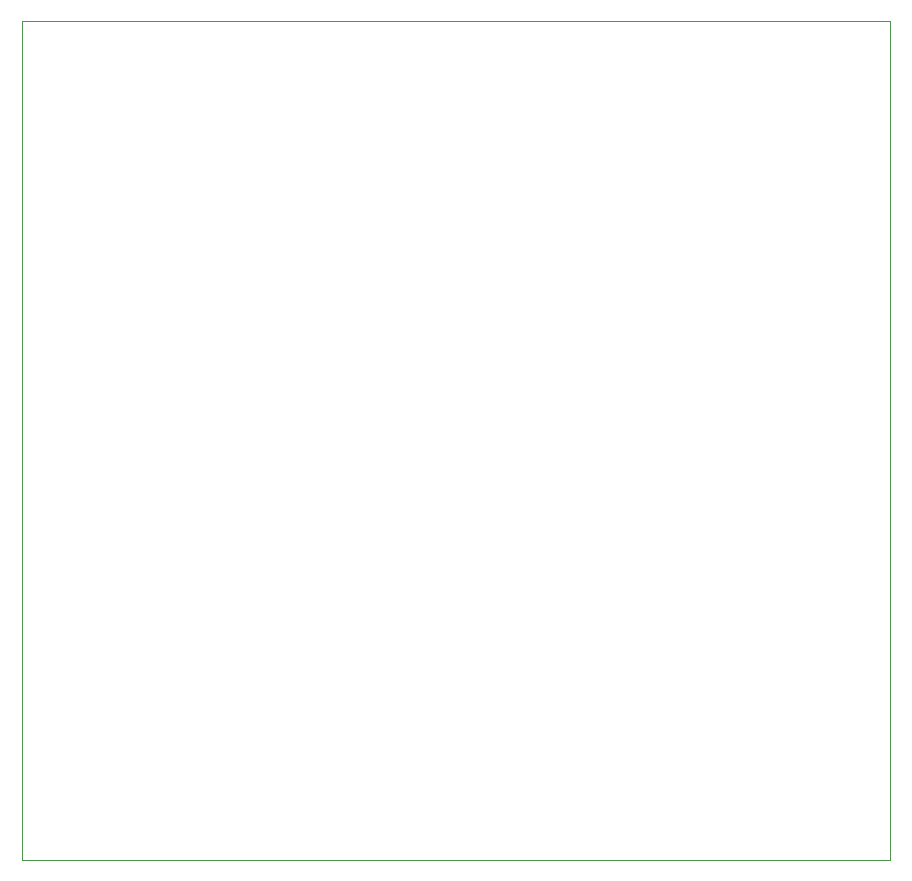
<source format=gbr>
%TF.GenerationSoftware,KiCad,Pcbnew,8.0.5*%
%TF.CreationDate,2024-09-12T11:41:08-05:00*%
%TF.ProjectId,control,636f6e74-726f-46c2-9e6b-696361645f70,rev?*%
%TF.SameCoordinates,Original*%
%TF.FileFunction,Profile,NP*%
%FSLAX46Y46*%
G04 Gerber Fmt 4.6, Leading zero omitted, Abs format (unit mm)*
G04 Created by KiCad (PCBNEW 8.0.5) date 2024-09-12 11:41:08*
%MOMM*%
%LPD*%
G01*
G04 APERTURE LIST*
%TA.AperFunction,Profile*%
%ADD10C,0.050000*%
%TD*%
G04 APERTURE END LIST*
D10*
X82000000Y-50000000D02*
X155500000Y-50000000D01*
X155500000Y-121000000D01*
X82000000Y-121000000D01*
X82000000Y-50000000D01*
M02*

</source>
